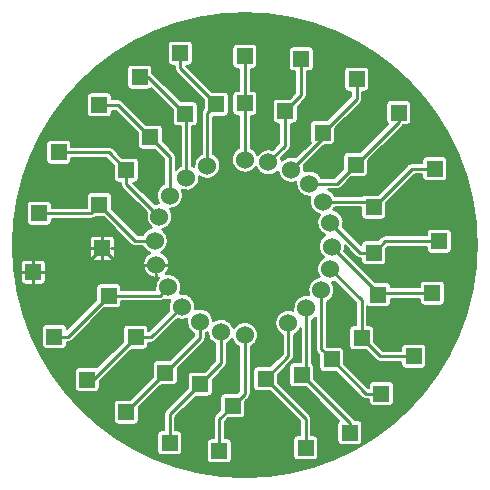
<source format=gtl>
G04 Layer: TopLayer*
G04 EasyEDA Pro v2.2.35.2, 2025-01-16 15:30:06*
G04 Gerber Generator version 0.3*
G04 Scale: 100 percent, Rotated: No, Reflected: No*
G04 Dimensions in millimeters*
G04 Leading zeros omitted, absolute positions, 4 integers and 5 decimals*
%FSLAX45Y45*%
%MOMM*%
%ADD10C,0.2032*%
%ADD11C,0.254*%
%ADD12R,1.4X1.4*%
%ADD13C,1.524*%
G75*


G04 Copper Start*
G36*
G01X1964186Y3999992D02*
G02X-1964186Y3999992I-1964186J0D01*
G02X1964186Y3999992I1964186J0D01*
G37*
%LPC*%
G36*
G01X-1720700Y3666086D02*
G03X-1684886Y3701900I0J35814D01*
G01X-1684886Y3841900D01*
G03X-1720700Y3877714I-35814J0D01*
G01X-1860700Y3877714D01*
G03X-1896514Y3841900I0J-35814D01*
G01X-1896514Y3701900D01*
G03X-1860700Y3666086I35814J0D01*
G01X-1720700Y3666086D01*
G37*
G36*
G01X-724881Y3726080D02*
G03X-757073Y3620719I77181J-81180D01*
G01X-1046787Y3620719D01*
G01X-1046787Y3642205D01*
G03X-1082601Y3678019I-35814J0D01*
G01X-1222601Y3678019D01*
G03X-1258415Y3642205I0J-35814D01*
G01X-1258415Y3535000D01*
G01X-1507086Y3286329D01*
G01X-1507086Y3295800D01*
G03X-1542900Y3331614I-35814J0D01*
G01X-1682900Y3331614D01*
G03X-1718714Y3295800I0J-35814D01*
G01X-1718714Y3155800D01*
G03X-1682900Y3119986I35814J0D01*
G01X-1542900Y3119986D01*
G03X-1507086Y3155800I0J35814D01*
G01X-1507086Y3177286D01*
G01X-1499006Y3177286D01*
G03X-1464702Y3191495I0J48514D01*
G01X-1189806Y3466391D01*
G01X-1082601Y3466391D01*
G03X-1046787Y3502205I0J35814D01*
G01X-1046787Y3523691D01*
G01X-720395Y3523691D01*
G03X-686090Y3537901I0J48514D01*
G01X-684787Y3539204D01*
G03X-631383Y3534081I37087J105696D01*
G03X-639096Y3442713I97983J-54281D01*
G01X-811991Y3269818D01*
G01X-818187Y3269818D01*
G01X-818187Y3291304D01*
G03X-854001Y3327118I-35814J0D01*
G01X-994001Y3327118D01*
G03X-1029815Y3291304I0J-35814D01*
G01X-1029815Y3184099D01*
G01X-1249599Y2964315D01*
G03X-1264402Y2967518I-14803J-32612D01*
G01X-1404402Y2967518D01*
G03X-1440216Y2931704I0J-35814D01*
G01X-1440216Y2791704D01*
G03X-1404402Y2755890I35814J0D01*
G01X-1264402Y2755890D01*
G03X-1228588Y2791704I0J35814D01*
G01X-1228588Y2848108D01*
G01X-961206Y3115490D01*
G01X-854001Y3115490D01*
G03X-818187Y3151304I0J35814D01*
G01X-818187Y3172790D01*
G01X-791896Y3172790D01*
G03X-757591Y3187000I0J48514D01*
G01X-570487Y3374104D01*
G03X-490517Y3376320I37087J105696D01*
G03X-429514Y3251837I109517J-23520D01*
G01X-429514Y3233195D01*
G01X-635895Y3026814D01*
G01X-743100Y3026814D01*
G03X-778914Y2991000I0J-35814D01*
G01X-778914Y2883795D01*
G01X-969893Y2692817D01*
G01X-1074202Y2692817D01*
G03X-1110016Y2657003I0J-35814D01*
G01X-1110016Y2517003D01*
G03X-1074202Y2481189I35814J0D01*
G01X-934202Y2481189D01*
G03X-898388Y2517003I0J35814D01*
G01X-898388Y2627103D01*
G01X-710305Y2815186D01*
G01X-603100Y2815186D01*
G03X-567286Y2851000I0J35814D01*
G01X-567286Y2958205D01*
G01X-346695Y3178795D01*
G03X-332486Y3213100I-34305J34305D01*
G01X-332486Y3251837D01*
G03X-315200Y3262149I-48514J100963D01*
G03X-251714Y3162937I112000J1751D01*
G01X-251714Y3019099D01*
G01X-340696Y2930116D01*
G01X-447901Y2930116D01*
G03X-483715Y2894302I0J-35814D01*
G01X-483715Y2787097D01*
G01X-670206Y2600606D01*
G03X-684416Y2566302I34305J-34305D01*
G01X-684416Y2430816D01*
G01X-705902Y2430816D01*
G03X-741716Y2395002I0J-35814D01*
G01X-741716Y2255002D01*
G03X-705902Y2219188I35814J0D01*
G01X-565902Y2219188D01*
G03X-530088Y2255002I0J35814D01*
G01X-530088Y2395002D01*
G03X-565902Y2430816I-35814J0D01*
G01X-587388Y2430816D01*
G01X-587388Y2546207D01*
G01X-415106Y2718488D01*
G01X-307901Y2718488D01*
G03X-272087Y2754302I0J35814D01*
G01X-272087Y2861507D01*
G01X-168895Y2964699D01*
G03X-154686Y2999003I-34305J34305D01*
G01X-154686Y3162937D01*
G03X-107234Y3206127I-48514J100963D01*
G03X-48514Y3137537I107234J32373D01*
G01X-48514Y2763295D01*
G01X-64395Y2747414D01*
G01X-171600Y2747414D01*
G03X-207414Y2711600I0J-35814D01*
G01X-207414Y2604395D01*
G01X-251106Y2560703D01*
G03X-265316Y2526398I34305J-34305D01*
G01X-265316Y2363315D01*
G01X-286802Y2363315D01*
G03X-322616Y2327501I0J-35814D01*
G01X-322616Y2187501D01*
G03X-286802Y2151687I35814J0D01*
G01X-146802Y2151687D01*
G03X-110988Y2187501I0J35814D01*
G01X-110988Y2327501D01*
G03X-146802Y2363315I-35814J0D01*
G01X-168288Y2363315D01*
G01X-168288Y2506303D01*
G01X-138805Y2535786D01*
G01X-31600Y2535786D01*
G03X4214Y2571600I0J35814D01*
G01X4214Y2678805D01*
G01X34305Y2708895D01*
G03X48514Y2743200I-34305J34305D01*
G01X48514Y3137537D01*
G03X82838Y3313899I-48514J100963D01*
G03X-95966Y3296273I-82838J-75399D01*
G03X-167447Y3370055I-107234J-32373D01*
G03X-269000Y3354551I-35753J-106155D01*
G03X-423883Y3456280I-112000J-1751D01*
G03X-451648Y3556376I-109517J23520D01*
G03X-549717Y3590619I-81752J-76576D01*
G03X-558010Y3712004I-97983J54281D01*
G03X-672119Y3754220I-89690J-67104D01*
G03X-709005Y3939915I-77181J81180D01*
G03X-650094Y4033676I-52995J98685D01*
G03X-700542Y4132248I-111906J4924D01*
G03X-619322Y4201667I-23358J109552D01*
G03X-633249Y4307600I-104578J40133D01*
G03X-533344Y4466644I-1751J112000D01*
G03X-426363Y4483712I38044J105356D01*
G03X-383864Y4583361I-68937J88288D01*
G03X-221484Y4615911I66364J90239D01*
G03X-268986Y4774563I-96016J57689D01*
G01X-268986Y5088486D01*
G01X-171300Y5088486D01*
G03X-135486Y5124300I0J35814D01*
G01X-135486Y5264300D01*
G03X-171300Y5300114I-35814J0D01*
G01X-278505Y5300114D01*
G01X-497586Y5519195D01*
G01X-497586Y5520286D01*
G01X-476100Y5520286D01*
G03X-440286Y5556100I0J35814D01*
G01X-440286Y5696100D01*
G03X-476100Y5731914I-35814J0D01*
G01X-616100Y5731914D01*
G03X-651914Y5696100I0J-35814D01*
G01X-651914Y5556100D01*
G03X-616100Y5520286I35814J0D01*
G01X-594614Y5520286D01*
G01X-594614Y5499100D01*
G03X-580405Y5464795I48514J0D01*
G01X-347114Y5231505D01*
G01X-347114Y5157095D01*
G01X-351805Y5152405D01*
G03X-366014Y5118100I34305J-34305D01*
G01X-366014Y4774563D01*
G03X-428936Y4662239I48514J-100963D01*
G03X-446786Y4672963I-66364J-90239D01*
G01X-446786Y5004996D01*
G01X-434901Y5004996D01*
G03X-399087Y5040810I0J35814D01*
G01X-399087Y5180810D01*
G03X-434901Y5216624I-35814J0D01*
G01X-542106Y5216624D01*
G01X-782686Y5457205D01*
G01X-783186Y5457697D01*
G01X-783186Y5492900D01*
G03X-819000Y5528714I-35814J0D01*
G01X-959000Y5528714D01*
G03X-994814Y5492900I0J-35814D01*
G01X-994814Y5352900D01*
G03X-959000Y5317086I35814J0D01*
G01X-819000Y5317086D01*
G03X-792033Y5329333I0J35814D01*
G01X-610715Y5148015D01*
G01X-610715Y5040810D01*
G03X-574901Y5004996I35814J0D01*
G01X-543814Y5004996D01*
G01X-543814Y4672963D01*
G03X-586486Y4637056I48514J-100963D01*
G01X-586486Y4749800D01*
G03X-600695Y4784105I-48514J0D01*
G01X-694286Y4877695D01*
G01X-694286Y4984900D01*
G03X-730100Y5020714I-35814J0D01*
G01X-837305Y5020714D01*
G01X-1038604Y5222013D01*
G03X-1072909Y5236223I-34305J-34305D01*
G01X-1126988Y5236223D01*
G01X-1126988Y5257709D01*
G03X-1162802Y5293523I-35814J0D01*
G01X-1302802Y5293523D01*
G03X-1338616Y5257709I0J-35814D01*
G01X-1338616Y5117709D01*
G03X-1302802Y5081895I35814J0D01*
G01X-1162802Y5081895D01*
G03X-1126988Y5117709I0J35814D01*
G01X-1126988Y5139195D01*
G01X-1093004Y5139195D01*
G01X-905914Y4952105D01*
G01X-905914Y4844900D01*
G03X-870100Y4809086I35814J0D01*
G01X-762895Y4809086D01*
G01X-683514Y4729705D01*
G01X-683514Y4520563D01*
G03X-725651Y4353800I48514J-100963D01*
G03X-760987Y4347496I1751J-112000D01*
G01X-943177Y4529686D01*
G01X-933300Y4529686D01*
G03X-897486Y4565500I0J35814D01*
G01X-897486Y4705500D01*
G03X-933300Y4741314I-35814J0D01*
G01X-1040505Y4741314D01*
G01X-1119503Y4820312D01*
G03X-1153808Y4834522I-34305J-34305D01*
G01X-1469888Y4834522D01*
G01X-1469888Y4856008D01*
G03X-1505702Y4891822I-35814J0D01*
G01X-1645702Y4891822D01*
G03X-1681516Y4856008I0J-35814D01*
G01X-1681516Y4716008D01*
G03X-1645702Y4680194I35814J0D01*
G01X-1505702Y4680194D01*
G03X-1469888Y4716008I0J35814D01*
G01X-1469888Y4737494D01*
G01X-1173903Y4737494D01*
G01X-1109114Y4672705D01*
G01X-1109114Y4565500D01*
G03X-1073300Y4529686I35814J0D01*
G01X-1051814Y4529686D01*
G01X-1051814Y4521200D01*
G03X-1037605Y4486895I48514J0D01*
G01X-829596Y4278887D01*
G03X-785358Y4148152I105696J-37087D01*
G03X-862963Y4087114I23358J-109552D01*
G01X-907005Y4087114D01*
G01X-1126086Y4306195D01*
G01X-1126086Y4413400D01*
G03X-1161900Y4449214I-35814J0D01*
G01X-1301900Y4449214D01*
G03X-1337714Y4413400I0J-35814D01*
G01X-1337714Y4318521D01*
G01X-1634988Y4318521D01*
G01X-1634988Y4340007D01*
G03X-1670802Y4375821I-35814J0D01*
G01X-1810802Y4375821D01*
G03X-1846616Y4340007I0J-35814D01*
G01X-1846616Y4200007D01*
G03X-1810802Y4164193I35814J0D01*
G01X-1670802Y4164193D01*
G03X-1634988Y4200007I0J35814D01*
G01X-1634988Y4221493D01*
G01X-1305293Y4221493D01*
G03X-1270989Y4235702I0J48514D01*
G01X-1269105Y4237586D01*
G01X-1194695Y4237586D01*
G01X-961405Y4004295D01*
G03X-927100Y3990086I34305J34305D01*
G01X-862963Y3990086D01*
G03X-802295Y3934085I100963J48514D01*
G03X-724881Y3726080I52995J-98685D01*
G37*
G36*
G01X-1136500Y3869286D02*
G03X-1100686Y3905100I0J35814D01*
G01X-1100686Y4045100D01*
G03X-1136500Y4080914I-35814J0D01*
G01X-1276500Y4080914D01*
G03X-1312314Y4045100I0J-35814D01*
G01X-1312314Y3905100D01*
G03X-1276500Y3869286I35814J0D01*
G01X-1136500Y3869286D01*
G37*
G36*
G01X633868Y3730657D02*
G03X544220Y3576617I13832J-111157D01*
G03X441494Y3546306I-23520J-109517D01*
G03X411183Y3443580I79206J-79206D01*
G03X266040Y3385816I-42883J-103480D01*
G03X319786Y3239137I102260J-45716D01*
G01X319786Y3079106D01*
G01X213405Y2972725D01*
G01X106200Y2972725D01*
G03X70386Y2936911I0J-35814D01*
G01X70386Y2796911D01*
G03X106200Y2761097I35814J0D01*
G01X213405Y2761097D01*
G01X466585Y2507916D01*
G01X466585Y2388525D01*
G01X445099Y2388525D01*
G03X409285Y2352711I0J-35814D01*
G01X409285Y2212711D01*
G03X445099Y2176897I35814J0D01*
G01X585099Y2176897D01*
G03X620913Y2212711I0J35814D01*
G01X620913Y2352711D01*
G03X585099Y2388525I-35814J0D01*
G01X563613Y2388525D01*
G01X563613Y2528011D01*
G03X549404Y2562316I-48514J0D01*
G01X282014Y2829706D01*
G01X282014Y2904115D01*
G01X402605Y3024706D01*
G03X416814Y3059011I-34305J34305D01*
G01X416814Y3239137D01*
G03X472186Y3298209I-48514J100963D01*
G01X472186Y3006824D01*
G01X411000Y3006824D01*
G03X375186Y2971010I0J-35814D01*
G01X375186Y2831010D01*
G03X411000Y2795196I35814J0D01*
G01X518205Y2795196D01*
G01X800026Y2513375D01*
G03X783186Y2483000I18974J-30375D01*
G01X783186Y2343000D01*
G03X819000Y2307186I35814J0D01*
G01X959000Y2307186D01*
G03X994814Y2343000I0J35814D01*
G01X994814Y2483000D01*
G03X959000Y2518814I-35814J0D01*
G01X930082Y2518814D01*
G03X923305Y2527315I-41082J-25804D01*
G01X586814Y2863805D01*
G01X586814Y2971010D01*
G03X569214Y3001846I-35814J0D01*
G01X569214Y3366137D01*
G03X599186Y3387181I-48514J100963D01*
G01X599186Y3120009D01*
G03X613395Y3085704I48514J0D01*
G01X629186Y3069914D01*
G01X629186Y2962709D01*
G03X665000Y2926895I35814J0D01*
G01X772205Y2926895D01*
G01X990204Y2708895D01*
G03X1024509Y2694686I34305J34305D01*
G01X1049886Y2694686D01*
G01X1049886Y2673200D01*
G03X1085700Y2637386I35814J0D01*
G01X1225700Y2637386D01*
G03X1261514Y2673200I0J35814D01*
G01X1261514Y2813200D01*
G03X1225700Y2849014I-35814J0D01*
G01X1085700Y2849014D01*
G03X1049886Y2813200I0J-35814D01*
G01X1049886Y2791714D01*
G01X1044604Y2791714D01*
G01X840814Y2995504D01*
G01X840814Y3102709D01*
G03X805000Y3138523I-35814J0D01*
G01X697795Y3138523D01*
G01X696214Y3140104D01*
G01X696214Y3518537D01*
G03X737732Y3686143I-48514J100963D01*
G03X760987Y3691604I-13832J111157D01*
G01X940486Y3512105D01*
G01X940486Y3321022D01*
G01X919000Y3321022D01*
G03X883186Y3285208I0J-35814D01*
G01X883186Y3145208D01*
G03X919000Y3109394I35814J0D01*
G01X1026205Y3109394D01*
G01X1111096Y3024503D01*
G03X1145400Y3010294I34305J34305D01*
G01X1323685Y3010294D01*
G01X1323685Y2988808D01*
G03X1359499Y2952994I35814J0D01*
G01X1499499Y2952994D01*
G03X1535313Y2988808I0J35814D01*
G01X1535313Y3128808D01*
G03X1499499Y3164622I-35814J0D01*
G01X1359499Y3164622D01*
G03X1323685Y3128808I0J-35814D01*
G01X1323685Y3107322D01*
G01X1165495Y3107322D01*
G01X1094814Y3178003D01*
G01X1094814Y3285208D01*
G03X1059000Y3321022I-35814J0D01*
G01X1037514Y3321022D01*
G01X1037514Y3483770D01*
G03X1060300Y3475586I22786J27630D01*
G01X1200300Y3475586D01*
G03X1236114Y3511400I0J35814D01*
G01X1236114Y3545586D01*
G01X1481686Y3545586D01*
G01X1481686Y3524100D01*
G03X1517500Y3488286I35814J0D01*
G01X1657500Y3488286D01*
G03X1693314Y3524100I0J35814D01*
G01X1693314Y3664100D01*
G03X1657500Y3699914I-35814J0D01*
G01X1517500Y3699914D01*
G03X1481686Y3664100I0J-35814D01*
G01X1481686Y3642614D01*
G01X1236114Y3642614D01*
G01X1236114Y3651400D01*
G03X1200300Y3687214I-35814J0D01*
G01X1105795Y3687214D01*
G01X842296Y3950713D01*
G03X848134Y3998157I-105696J37087D01*
G01X944789Y3901502D01*
G03X979094Y3887292I34305J34305D01*
G01X984786Y3887292D01*
G01X984786Y3865806D01*
G03X1020600Y3829992I35814J0D01*
G01X1160600Y3829992D01*
G03X1196414Y3865806I0J35814D01*
G01X1196414Y3973011D01*
G01X1208294Y3984892D01*
G01X1539585Y3984892D01*
G01X1539585Y3963406D01*
G03X1575399Y3927592I35814J0D01*
G01X1715399Y3927592D01*
G03X1751213Y3963406I0J35814D01*
G01X1751213Y4103406D01*
G03X1715399Y4139220I-35814J0D01*
G01X1575399Y4139220D01*
G03X1539585Y4103406I0J-35814D01*
G01X1539585Y4081920D01*
G01X1188199Y4081920D01*
G03X1153895Y4067710I0J-48514D01*
G01X1127805Y4041620D01*
G01X1020600Y4041620D01*
G03X984786Y4005806I0J-35814D01*
G01X984786Y3998723D01*
G01X829596Y4153913D01*
G03X748935Y4300180I-105696J37087D01*
G03X761363Y4320286I-88535J68620D01*
G01X984786Y4320286D01*
G01X984786Y4251505D01*
G03X1020600Y4215691I35814J0D01*
G01X1160600Y4215691D01*
G03X1196414Y4251505I0J35814D01*
G01X1196414Y4358710D01*
G01X1436894Y4599191D01*
G01X1501485Y4599191D01*
G01X1501485Y4577705D01*
G03X1537299Y4541891I35814J0D01*
G01X1677299Y4541891D01*
G03X1713113Y4577705I0J35814D01*
G01X1713113Y4717705D01*
G03X1677299Y4753519I-35814J0D01*
G01X1537299Y4753519D01*
G03X1501485Y4717705I0J-35814D01*
G01X1501485Y4696219D01*
G01X1416799Y4696219D01*
G03X1382495Y4682009I0J-48514D01*
G01X1127805Y4427319D01*
G01X1020600Y4427319D01*
G03X995770Y4417314I0J-35814D01*
G01X761363Y4417314D01*
G03X702291Y4472686I-100963J-48514D01*
G01X777596Y4472686D01*
G03X811900Y4486895I0J48514D01*
G01X900995Y4575990D01*
G01X1008200Y4575990D01*
G03X1044014Y4611804I0J35814D01*
G01X1044014Y4719009D01*
G01X1336804Y5011799D01*
G03X1340926Y5016490I-34305J34305D01*
G01X1372499Y5016490D01*
G03X1408313Y5052304I0J35814D01*
G01X1408313Y5192304D01*
G03X1372499Y5228118I-35814J0D01*
G01X1232499Y5228118D01*
G03X1196685Y5192304I0J-35814D01*
G01X1196685Y5052304D01*
G03X1211257Y5023470I35814J0D01*
G01X975405Y4787618D01*
G01X868200Y4787618D01*
G03X832386Y4751804I0J-35814D01*
G01X832386Y4644599D01*
G01X757500Y4569714D01*
G01X647063Y4569714D01*
G03X504999Y4625401I-100963J-48514D01*
G03X499396Y4675127I-111299J12639D01*
G01X671658Y4847389D01*
G01X728800Y4847389D01*
G03X764614Y4883203I0J35814D01*
G01X764614Y4990408D01*
G01X981204Y5206998D01*
G03X995413Y5241303I-34305J34305D01*
G01X995413Y5300589D01*
G01X1016899Y5300589D01*
G03X1052713Y5336403I0J35814D01*
G01X1052713Y5476403D01*
G03X1016899Y5512217I-35814J0D01*
G01X876899Y5512217D01*
G03X841085Y5476403I0J-35814D01*
G01X841085Y5336403D01*
G03X876899Y5300589I35814J0D01*
G01X898385Y5300589D01*
G01X898385Y5261398D01*
G01X696005Y5059017D01*
G01X588800Y5059017D01*
G03X552986Y5023203I0J-35814D01*
G01X552986Y4883203D01*
G03X555962Y4868911I35814J0D01*
G01X430787Y4743736D01*
G03X311164Y4713770I-37087J-105696D01*
G03X305696Y4737087I-111164J-13770D01*
G01X375604Y4806995D01*
G03X389814Y4841300I-34305J34305D01*
G01X389814Y5029888D01*
G01X411300Y5029888D01*
G03X447114Y5065702I0J35814D01*
G01X447114Y5172907D01*
G01X511304Y5237097D01*
G03X525513Y5271402I-34305J34305D01*
G01X525513Y5470388D01*
G01X546999Y5470388D01*
G03X582813Y5506202I0J35814D01*
G01X582813Y5646202D01*
G03X546999Y5682016I-35814J0D01*
G01X406999Y5682016D01*
G03X371185Y5646202I0J-35814D01*
G01X371185Y5506202D01*
G03X406999Y5470388I35814J0D01*
G01X428485Y5470388D01*
G01X428485Y5291497D01*
G01X378505Y5241516D01*
G01X271300Y5241516D01*
G03X235486Y5205702I0J-35814D01*
G01X235486Y5065702D01*
G03X271300Y5029888I35814J0D01*
G01X292786Y5029888D01*
G01X292786Y4861395D01*
G01X237087Y4805696D01*
G03X105931Y4760812I-37087J-105696D01*
G03X47830Y4825689I-105931J-36412D01*
G01X47830Y5094186D01*
G01X70000Y5094186D01*
G03X105814Y5130000I0J35814D01*
G01X105814Y5270000D01*
G03X70000Y5305814I-35814J0D01*
G01X48514Y5305814D01*
G01X48514Y5494186D01*
G01X70000Y5494186D01*
G03X105814Y5530000I0J35814D01*
G01X105814Y5670000D01*
G03X70000Y5705814I-35814J0D01*
G01X-70000Y5705814D01*
G03X-105814Y5670000I0J-35814D01*
G01X-105814Y5530000D01*
G03X-70000Y5494186I35814J0D01*
G01X-48514Y5494186D01*
G01X-48514Y5305814D01*
G01X-70000Y5305814D01*
G03X-105814Y5270000I0J-35814D01*
G01X-105814Y5130000D01*
G03X-70000Y5094186I35814J0D01*
G01X-49198Y5094186D01*
G01X-49198Y4825032D01*
G03X-83782Y4650051I49198J-100632D01*
G03X94069Y4663588I83782J74349D01*
G03X282536Y4624270I105931J36412D01*
G03X336502Y4541731I111164J13770D01*
G03X434801Y4533839I57198J96309D01*
G03X556094Y4409633I111299J-12639D01*
G03X635365Y4259620I104306J-40833D01*
G03X683605Y4086485I88535J-68620D01*
G03X671777Y3896448I52995J-98685D01*
G03X633868Y3730657I52123J-99148D01*
G37*
%LPD*%
G54D10*
G01X1964186Y3999992D02*
G02X-1964186Y3999992I-1964186J0D01*
G02X1964186Y3999992I1964186J0D01*
G01X-1720700Y3666086D02*
G03X-1684886Y3701900I0J35814D01*
G01X-1684886Y3841900D01*
G03X-1720700Y3877714I-35814J0D01*
G01X-1860700Y3877714D01*
G03X-1896514Y3841900I0J-35814D01*
G01X-1896514Y3701900D01*
G03X-1860700Y3666086I35814J0D01*
G01X-1720700Y3666086D01*
G01X-724881Y3726080D02*
G03X-757073Y3620719I77181J-81180D01*
G01X-1046787Y3620719D01*
G01X-1046787Y3642205D01*
G03X-1082601Y3678019I-35814J0D01*
G01X-1222601Y3678019D01*
G03X-1258415Y3642205I0J-35814D01*
G01X-1258415Y3535000D01*
G01X-1507086Y3286329D01*
G01X-1507086Y3295800D01*
G03X-1542900Y3331614I-35814J0D01*
G01X-1682900Y3331614D01*
G03X-1718714Y3295800I0J-35814D01*
G01X-1718714Y3155800D01*
G03X-1682900Y3119986I35814J0D01*
G01X-1542900Y3119986D01*
G03X-1507086Y3155800I0J35814D01*
G01X-1507086Y3177286D01*
G01X-1499006Y3177286D01*
G03X-1464702Y3191495I0J48514D01*
G01X-1189806Y3466391D01*
G01X-1082601Y3466391D01*
G03X-1046787Y3502205I0J35814D01*
G01X-1046787Y3523691D01*
G01X-720395Y3523691D01*
G03X-686090Y3537901I0J48514D01*
G01X-684787Y3539204D01*
G03X-631383Y3534081I37087J105696D01*
G03X-639096Y3442713I97983J-54281D01*
G01X-811991Y3269818D01*
G01X-818187Y3269818D01*
G01X-818187Y3291304D01*
G03X-854001Y3327118I-35814J0D01*
G01X-994001Y3327118D01*
G03X-1029815Y3291304I0J-35814D01*
G01X-1029815Y3184099D01*
G01X-1249599Y2964315D01*
G03X-1264402Y2967518I-14803J-32612D01*
G01X-1404402Y2967518D01*
G03X-1440216Y2931704I0J-35814D01*
G01X-1440216Y2791704D01*
G03X-1404402Y2755890I35814J0D01*
G01X-1264402Y2755890D01*
G03X-1228588Y2791704I0J35814D01*
G01X-1228588Y2848108D01*
G01X-961206Y3115490D01*
G01X-854001Y3115490D01*
G03X-818187Y3151304I0J35814D01*
G01X-818187Y3172790D01*
G01X-791896Y3172790D01*
G03X-757591Y3187000I0J48514D01*
G01X-570487Y3374104D01*
G03X-490517Y3376320I37087J105696D01*
G03X-429514Y3251837I109517J-23520D01*
G01X-429514Y3233195D01*
G01X-635895Y3026814D01*
G01X-743100Y3026814D01*
G03X-778914Y2991000I0J-35814D01*
G01X-778914Y2883795D01*
G01X-969893Y2692817D01*
G01X-1074202Y2692817D01*
G03X-1110016Y2657003I0J-35814D01*
G01X-1110016Y2517003D01*
G03X-1074202Y2481189I35814J0D01*
G01X-934202Y2481189D01*
G03X-898388Y2517003I0J35814D01*
G01X-898388Y2627103D01*
G01X-710305Y2815186D01*
G01X-603100Y2815186D01*
G03X-567286Y2851000I0J35814D01*
G01X-567286Y2958205D01*
G01X-346695Y3178795D01*
G03X-332486Y3213100I-34305J34305D01*
G01X-332486Y3251837D01*
G03X-315200Y3262149I-48514J100963D01*
G03X-251714Y3162937I112000J1751D01*
G01X-251714Y3019099D01*
G01X-340696Y2930116D01*
G01X-447901Y2930116D01*
G03X-483715Y2894302I0J-35814D01*
G01X-483715Y2787097D01*
G01X-670206Y2600606D01*
G03X-684416Y2566302I34305J-34305D01*
G01X-684416Y2430816D01*
G01X-705902Y2430816D01*
G03X-741716Y2395002I0J-35814D01*
G01X-741716Y2255002D01*
G03X-705902Y2219188I35814J0D01*
G01X-565902Y2219188D01*
G03X-530088Y2255002I0J35814D01*
G01X-530088Y2395002D01*
G03X-565902Y2430816I-35814J0D01*
G01X-587388Y2430816D01*
G01X-587388Y2546207D01*
G01X-415106Y2718488D01*
G01X-307901Y2718488D01*
G03X-272087Y2754302I0J35814D01*
G01X-272087Y2861507D01*
G01X-168895Y2964699D01*
G03X-154686Y2999003I-34305J34305D01*
G01X-154686Y3162937D01*
G03X-107234Y3206127I-48514J100963D01*
G03X-48514Y3137537I107234J32373D01*
G01X-48514Y2763295D01*
G01X-64395Y2747414D01*
G01X-171600Y2747414D01*
G03X-207414Y2711600I0J-35814D01*
G01X-207414Y2604395D01*
G01X-251106Y2560703D01*
G03X-265316Y2526398I34305J-34305D01*
G01X-265316Y2363315D01*
G01X-286802Y2363315D01*
G03X-322616Y2327501I0J-35814D01*
G01X-322616Y2187501D01*
G03X-286802Y2151687I35814J0D01*
G01X-146802Y2151687D01*
G03X-110988Y2187501I0J35814D01*
G01X-110988Y2327501D01*
G03X-146802Y2363315I-35814J0D01*
G01X-168288Y2363315D01*
G01X-168288Y2506303D01*
G01X-138805Y2535786D01*
G01X-31600Y2535786D01*
G03X4214Y2571600I0J35814D01*
G01X4214Y2678805D01*
G01X34305Y2708895D01*
G03X48514Y2743200I-34305J34305D01*
G01X48514Y3137537D01*
G03X82838Y3313899I-48514J100963D01*
G03X-95966Y3296273I-82838J-75399D01*
G03X-167447Y3370055I-107234J-32373D01*
G03X-269000Y3354551I-35753J-106155D01*
G03X-423883Y3456280I-112000J-1751D01*
G03X-451648Y3556376I-109517J23520D01*
G03X-549717Y3590619I-81752J-76576D01*
G03X-558010Y3712004I-97983J54281D01*
G03X-672119Y3754220I-89690J-67104D01*
G03X-709005Y3939915I-77181J81180D01*
G03X-650094Y4033676I-52995J98685D01*
G03X-700542Y4132248I-111906J4924D01*
G03X-619322Y4201667I-23358J109552D01*
G03X-633249Y4307600I-104578J40133D01*
G03X-533344Y4466644I-1751J112000D01*
G03X-426363Y4483712I38044J105356D01*
G03X-383864Y4583361I-68937J88288D01*
G03X-221484Y4615911I66364J90239D01*
G03X-268986Y4774563I-96016J57689D01*
G01X-268986Y5088486D01*
G01X-171300Y5088486D01*
G03X-135486Y5124300I0J35814D01*
G01X-135486Y5264300D01*
G03X-171300Y5300114I-35814J0D01*
G01X-278505Y5300114D01*
G01X-497586Y5519195D01*
G01X-497586Y5520286D01*
G01X-476100Y5520286D01*
G03X-440286Y5556100I0J35814D01*
G01X-440286Y5696100D01*
G03X-476100Y5731914I-35814J0D01*
G01X-616100Y5731914D01*
G03X-651914Y5696100I0J-35814D01*
G01X-651914Y5556100D01*
G03X-616100Y5520286I35814J0D01*
G01X-594614Y5520286D01*
G01X-594614Y5499100D01*
G03X-580405Y5464795I48514J0D01*
G01X-347114Y5231505D01*
G01X-347114Y5157095D01*
G01X-351805Y5152405D01*
G03X-366014Y5118100I34305J-34305D01*
G01X-366014Y4774563D01*
G03X-428936Y4662239I48514J-100963D01*
G03X-446786Y4672963I-66364J-90239D01*
G01X-446786Y5004996D01*
G01X-434901Y5004996D01*
G03X-399087Y5040810I0J35814D01*
G01X-399087Y5180810D01*
G03X-434901Y5216624I-35814J0D01*
G01X-542106Y5216624D01*
G01X-782686Y5457205D01*
G01X-783186Y5457697D01*
G01X-783186Y5492900D01*
G03X-819000Y5528714I-35814J0D01*
G01X-959000Y5528714D01*
G03X-994814Y5492900I0J-35814D01*
G01X-994814Y5352900D01*
G03X-959000Y5317086I35814J0D01*
G01X-819000Y5317086D01*
G03X-792033Y5329333I0J35814D01*
G01X-610715Y5148015D01*
G01X-610715Y5040810D01*
G03X-574901Y5004996I35814J0D01*
G01X-543814Y5004996D01*
G01X-543814Y4672963D01*
G03X-586486Y4637056I48514J-100963D01*
G01X-586486Y4749800D01*
G03X-600695Y4784105I-48514J0D01*
G01X-694286Y4877695D01*
G01X-694286Y4984900D01*
G03X-730100Y5020714I-35814J0D01*
G01X-837305Y5020714D01*
G01X-1038604Y5222013D01*
G03X-1072909Y5236223I-34305J-34305D01*
G01X-1126988Y5236223D01*
G01X-1126988Y5257709D01*
G03X-1162802Y5293523I-35814J0D01*
G01X-1302802Y5293523D01*
G03X-1338616Y5257709I0J-35814D01*
G01X-1338616Y5117709D01*
G03X-1302802Y5081895I35814J0D01*
G01X-1162802Y5081895D01*
G03X-1126988Y5117709I0J35814D01*
G01X-1126988Y5139195D01*
G01X-1093004Y5139195D01*
G01X-905914Y4952105D01*
G01X-905914Y4844900D01*
G03X-870100Y4809086I35814J0D01*
G01X-762895Y4809086D01*
G01X-683514Y4729705D01*
G01X-683514Y4520563D01*
G03X-725651Y4353800I48514J-100963D01*
G03X-760987Y4347496I1751J-112000D01*
G01X-943177Y4529686D01*
G01X-933300Y4529686D01*
G03X-897486Y4565500I0J35814D01*
G01X-897486Y4705500D01*
G03X-933300Y4741314I-35814J0D01*
G01X-1040505Y4741314D01*
G01X-1119503Y4820312D01*
G03X-1153808Y4834522I-34305J-34305D01*
G01X-1469888Y4834522D01*
G01X-1469888Y4856008D01*
G03X-1505702Y4891822I-35814J0D01*
G01X-1645702Y4891822D01*
G03X-1681516Y4856008I0J-35814D01*
G01X-1681516Y4716008D01*
G03X-1645702Y4680194I35814J0D01*
G01X-1505702Y4680194D01*
G03X-1469888Y4716008I0J35814D01*
G01X-1469888Y4737494D01*
G01X-1173903Y4737494D01*
G01X-1109114Y4672705D01*
G01X-1109114Y4565500D01*
G03X-1073300Y4529686I35814J0D01*
G01X-1051814Y4529686D01*
G01X-1051814Y4521200D01*
G03X-1037605Y4486895I48514J0D01*
G01X-829596Y4278887D01*
G03X-785358Y4148152I105696J-37087D01*
G03X-862963Y4087114I23358J-109552D01*
G01X-907005Y4087114D01*
G01X-1126086Y4306195D01*
G01X-1126086Y4413400D01*
G03X-1161900Y4449214I-35814J0D01*
G01X-1301900Y4449214D01*
G03X-1337714Y4413400I0J-35814D01*
G01X-1337714Y4318521D01*
G01X-1634988Y4318521D01*
G01X-1634988Y4340007D01*
G03X-1670802Y4375821I-35814J0D01*
G01X-1810802Y4375821D01*
G03X-1846616Y4340007I0J-35814D01*
G01X-1846616Y4200007D01*
G03X-1810802Y4164193I35814J0D01*
G01X-1670802Y4164193D01*
G03X-1634988Y4200007I0J35814D01*
G01X-1634988Y4221493D01*
G01X-1305293Y4221493D01*
G03X-1270989Y4235702I0J48514D01*
G01X-1269105Y4237586D01*
G01X-1194695Y4237586D01*
G01X-961405Y4004295D01*
G03X-927100Y3990086I34305J34305D01*
G01X-862963Y3990086D01*
G03X-802295Y3934085I100963J48514D01*
G03X-724881Y3726080I52995J-98685D01*
G01X-1136500Y3869286D02*
G03X-1100686Y3905100I0J35814D01*
G01X-1100686Y4045100D01*
G03X-1136500Y4080914I-35814J0D01*
G01X-1276500Y4080914D01*
G03X-1312314Y4045100I0J-35814D01*
G01X-1312314Y3905100D01*
G03X-1276500Y3869286I35814J0D01*
G01X-1136500Y3869286D01*
G01X633868Y3730657D02*
G03X544220Y3576617I13832J-111157D01*
G03X441494Y3546306I-23520J-109517D01*
G03X411183Y3443580I79206J-79206D01*
G03X266040Y3385816I-42883J-103480D01*
G03X319786Y3239137I102260J-45716D01*
G01X319786Y3079106D01*
G01X213405Y2972725D01*
G01X106200Y2972725D01*
G03X70386Y2936911I0J-35814D01*
G01X70386Y2796911D01*
G03X106200Y2761097I35814J0D01*
G01X213405Y2761097D01*
G01X466585Y2507916D01*
G01X466585Y2388525D01*
G01X445099Y2388525D01*
G03X409285Y2352711I0J-35814D01*
G01X409285Y2212711D01*
G03X445099Y2176897I35814J0D01*
G01X585099Y2176897D01*
G03X620913Y2212711I0J35814D01*
G01X620913Y2352711D01*
G03X585099Y2388525I-35814J0D01*
G01X563613Y2388525D01*
G01X563613Y2528011D01*
G03X549404Y2562316I-48514J0D01*
G01X282014Y2829706D01*
G01X282014Y2904115D01*
G01X402605Y3024706D01*
G03X416814Y3059011I-34305J34305D01*
G01X416814Y3239137D01*
G03X472186Y3298209I-48514J100963D01*
G01X472186Y3006824D01*
G01X411000Y3006824D01*
G03X375186Y2971010I0J-35814D01*
G01X375186Y2831010D01*
G03X411000Y2795196I35814J0D01*
G01X518205Y2795196D01*
G01X800026Y2513375D01*
G03X783186Y2483000I18974J-30375D01*
G01X783186Y2343000D01*
G03X819000Y2307186I35814J0D01*
G01X959000Y2307186D01*
G03X994814Y2343000I0J35814D01*
G01X994814Y2483000D01*
G03X959000Y2518814I-35814J0D01*
G01X930082Y2518814D01*
G03X923305Y2527315I-41082J-25804D01*
G01X586814Y2863805D01*
G01X586814Y2971010D01*
G03X569214Y3001846I-35814J0D01*
G01X569214Y3366137D01*
G03X599186Y3387181I-48514J100963D01*
G01X599186Y3120009D01*
G03X613395Y3085704I48514J0D01*
G01X629186Y3069914D01*
G01X629186Y2962709D01*
G03X665000Y2926895I35814J0D01*
G01X772205Y2926895D01*
G01X990204Y2708895D01*
G03X1024509Y2694686I34305J34305D01*
G01X1049886Y2694686D01*
G01X1049886Y2673200D01*
G03X1085700Y2637386I35814J0D01*
G01X1225700Y2637386D01*
G03X1261514Y2673200I0J35814D01*
G01X1261514Y2813200D01*
G03X1225700Y2849014I-35814J0D01*
G01X1085700Y2849014D01*
G03X1049886Y2813200I0J-35814D01*
G01X1049886Y2791714D01*
G01X1044604Y2791714D01*
G01X840814Y2995504D01*
G01X840814Y3102709D01*
G03X805000Y3138523I-35814J0D01*
G01X697795Y3138523D01*
G01X696214Y3140104D01*
G01X696214Y3518537D01*
G03X737732Y3686143I-48514J100963D01*
G03X760987Y3691604I-13832J111157D01*
G01X940486Y3512105D01*
G01X940486Y3321022D01*
G01X919000Y3321022D01*
G03X883186Y3285208I0J-35814D01*
G01X883186Y3145208D01*
G03X919000Y3109394I35814J0D01*
G01X1026205Y3109394D01*
G01X1111096Y3024503D01*
G03X1145400Y3010294I34305J34305D01*
G01X1323685Y3010294D01*
G01X1323685Y2988808D01*
G03X1359499Y2952994I35814J0D01*
G01X1499499Y2952994D01*
G03X1535313Y2988808I0J35814D01*
G01X1535313Y3128808D01*
G03X1499499Y3164622I-35814J0D01*
G01X1359499Y3164622D01*
G03X1323685Y3128808I0J-35814D01*
G01X1323685Y3107322D01*
G01X1165495Y3107322D01*
G01X1094814Y3178003D01*
G01X1094814Y3285208D01*
G03X1059000Y3321022I-35814J0D01*
G01X1037514Y3321022D01*
G01X1037514Y3483770D01*
G03X1060300Y3475586I22786J27630D01*
G01X1200300Y3475586D01*
G03X1236114Y3511400I0J35814D01*
G01X1236114Y3545586D01*
G01X1481686Y3545586D01*
G01X1481686Y3524100D01*
G03X1517500Y3488286I35814J0D01*
G01X1657500Y3488286D01*
G03X1693314Y3524100I0J35814D01*
G01X1693314Y3664100D01*
G03X1657500Y3699914I-35814J0D01*
G01X1517500Y3699914D01*
G03X1481686Y3664100I0J-35814D01*
G01X1481686Y3642614D01*
G01X1236114Y3642614D01*
G01X1236114Y3651400D01*
G03X1200300Y3687214I-35814J0D01*
G01X1105795Y3687214D01*
G01X842296Y3950713D01*
G03X848134Y3998157I-105696J37087D01*
G01X944789Y3901502D01*
G03X979094Y3887292I34305J34305D01*
G01X984786Y3887292D01*
G01X984786Y3865806D01*
G03X1020600Y3829992I35814J0D01*
G01X1160600Y3829992D01*
G03X1196414Y3865806I0J35814D01*
G01X1196414Y3973011D01*
G01X1208294Y3984892D01*
G01X1539585Y3984892D01*
G01X1539585Y3963406D01*
G03X1575399Y3927592I35814J0D01*
G01X1715399Y3927592D01*
G03X1751213Y3963406I0J35814D01*
G01X1751213Y4103406D01*
G03X1715399Y4139220I-35814J0D01*
G01X1575399Y4139220D01*
G03X1539585Y4103406I0J-35814D01*
G01X1539585Y4081920D01*
G01X1188199Y4081920D01*
G03X1153895Y4067710I0J-48514D01*
G01X1127805Y4041620D01*
G01X1020600Y4041620D01*
G03X984786Y4005806I0J-35814D01*
G01X984786Y3998723D01*
G01X829596Y4153913D01*
G03X748935Y4300180I-105696J37087D01*
G03X761363Y4320286I-88535J68620D01*
G01X984786Y4320286D01*
G01X984786Y4251505D01*
G03X1020600Y4215691I35814J0D01*
G01X1160600Y4215691D01*
G03X1196414Y4251505I0J35814D01*
G01X1196414Y4358710D01*
G01X1436894Y4599191D01*
G01X1501485Y4599191D01*
G01X1501485Y4577705D01*
G03X1537299Y4541891I35814J0D01*
G01X1677299Y4541891D01*
G03X1713113Y4577705I0J35814D01*
G01X1713113Y4717705D01*
G03X1677299Y4753519I-35814J0D01*
G01X1537299Y4753519D01*
G03X1501485Y4717705I0J-35814D01*
G01X1501485Y4696219D01*
G01X1416799Y4696219D01*
G03X1382495Y4682009I0J-48514D01*
G01X1127805Y4427319D01*
G01X1020600Y4427319D01*
G03X995770Y4417314I0J-35814D01*
G01X761363Y4417314D01*
G03X702291Y4472686I-100963J-48514D01*
G01X777596Y4472686D01*
G03X811900Y4486895I0J48514D01*
G01X900995Y4575990D01*
G01X1008200Y4575990D01*
G03X1044014Y4611804I0J35814D01*
G01X1044014Y4719009D01*
G01X1336804Y5011799D01*
G03X1340926Y5016490I-34305J34305D01*
G01X1372499Y5016490D01*
G03X1408313Y5052304I0J35814D01*
G01X1408313Y5192304D01*
G03X1372499Y5228118I-35814J0D01*
G01X1232499Y5228118D01*
G03X1196685Y5192304I0J-35814D01*
G01X1196685Y5052304D01*
G03X1211257Y5023470I35814J0D01*
G01X975405Y4787618D01*
G01X868200Y4787618D01*
G03X832386Y4751804I0J-35814D01*
G01X832386Y4644599D01*
G01X757500Y4569714D01*
G01X647063Y4569714D01*
G03X504999Y4625401I-100963J-48514D01*
G03X499396Y4675127I-111299J12639D01*
G01X671658Y4847389D01*
G01X728800Y4847389D01*
G03X764614Y4883203I0J35814D01*
G01X764614Y4990408D01*
G01X981204Y5206998D01*
G03X995413Y5241303I-34305J34305D01*
G01X995413Y5300589D01*
G01X1016899Y5300589D01*
G03X1052713Y5336403I0J35814D01*
G01X1052713Y5476403D01*
G03X1016899Y5512217I-35814J0D01*
G01X876899Y5512217D01*
G03X841085Y5476403I0J-35814D01*
G01X841085Y5336403D01*
G03X876899Y5300589I35814J0D01*
G01X898385Y5300589D01*
G01X898385Y5261398D01*
G01X696005Y5059017D01*
G01X588800Y5059017D01*
G03X552986Y5023203I0J-35814D01*
G01X552986Y4883203D01*
G03X555962Y4868911I35814J0D01*
G01X430787Y4743736D01*
G03X311164Y4713770I-37087J-105696D01*
G03X305696Y4737087I-111164J-13770D01*
G01X375604Y4806995D01*
G03X389814Y4841300I-34305J34305D01*
G01X389814Y5029888D01*
G01X411300Y5029888D01*
G03X447114Y5065702I0J35814D01*
G01X447114Y5172907D01*
G01X511304Y5237097D01*
G03X525513Y5271402I-34305J34305D01*
G01X525513Y5470388D01*
G01X546999Y5470388D01*
G03X582813Y5506202I0J35814D01*
G01X582813Y5646202D01*
G03X546999Y5682016I-35814J0D01*
G01X406999Y5682016D01*
G03X371185Y5646202I0J-35814D01*
G01X371185Y5506202D01*
G03X406999Y5470388I35814J0D01*
G01X428485Y5470388D01*
G01X428485Y5291497D01*
G01X378505Y5241516D01*
G01X271300Y5241516D01*
G03X235486Y5205702I0J-35814D01*
G01X235486Y5065702D01*
G03X271300Y5029888I35814J0D01*
G01X292786Y5029888D01*
G01X292786Y4861395D01*
G01X237087Y4805696D01*
G03X105931Y4760812I-37087J-105696D01*
G03X47830Y4825689I-105931J-36412D01*
G01X47830Y5094186D01*
G01X70000Y5094186D01*
G03X105814Y5130000I0J35814D01*
G01X105814Y5270000D01*
G03X70000Y5305814I-35814J0D01*
G01X48514Y5305814D01*
G01X48514Y5494186D01*
G01X70000Y5494186D01*
G03X105814Y5530000I0J35814D01*
G01X105814Y5670000D01*
G03X70000Y5705814I-35814J0D01*
G01X-70000Y5705814D01*
G03X-105814Y5670000I0J-35814D01*
G01X-105814Y5530000D01*
G03X-70000Y5494186I35814J0D01*
G01X-48514Y5494186D01*
G01X-48514Y5305814D01*
G01X-70000Y5305814D01*
G03X-105814Y5270000I0J-35814D01*
G01X-105814Y5130000D01*
G03X-70000Y5094186I35814J0D01*
G01X-49198Y5094186D01*
G01X-49198Y4825032D01*
G03X-83782Y4650051I49198J-100632D01*
G03X94069Y4663588I83782J74349D01*
G03X282536Y4624270I105931J36412D01*
G03X336502Y4541731I111164J13770D01*
G03X434801Y4533839I57198J96309D01*
G03X556094Y4409633I111299J-12639D01*
G03X635365Y4259620I104306J-40833D01*
G03X683605Y4086485I88535J-68620D01*
G03X671777Y3896448I52995J-98685D01*
G03X633868Y3730657I52123J-99148D01*
G54D11*
G01X-825246Y3835400D02*
G01X-851154Y3835400D01*
G01X-673354Y3835400D02*
G01X-647446Y3835400D01*
G01X-749300Y3759454D02*
G01X-749300Y3733546D01*
G01X-1860446Y3771900D02*
G01X-1886354Y3771900D01*
G01X-1720954Y3771900D02*
G01X-1695046Y3771900D01*
G01X-1790700Y3841646D02*
G01X-1790700Y3867554D01*
G01X-1790700Y3702154D02*
G01X-1790700Y3676246D01*
G01X-1276246Y3975100D02*
G01X-1302154Y3975100D01*
G01X-1136754Y3975100D02*
G01X-1110846Y3975100D01*
G01X-1206500Y4044846D02*
G01X-1206500Y4070754D01*
G01X-1206500Y3905354D02*
G01X-1206500Y3879446D01*
G04 Copper End*

G04 Pad Start*
G54D12*
G01X0Y5600000D03*
G01X476999Y5576202D03*
G01X946899Y5406403D03*
G01X1302499Y5122304D03*
G01X1607299Y4647705D03*
G01X1645399Y4033406D03*
G01X1587500Y3594100D03*
G01X1429499Y3058808D03*
G01X1155700Y2743200D03*
G01X889000Y2413000D03*
G01X515099Y2282711D03*
G01X-216802Y2257501D03*
G01X-635902Y2325002D03*
G01X-1004202Y2587003D03*
G01X-1334402Y2861704D03*
G01X-1612900Y3225800D03*
G01X-1790700Y3771900D03*
G01X-1740802Y4270007D03*
G01X-1575702Y4786008D03*
G01X-1232802Y5187709D03*
G01X-889000Y5422900D03*
G01X-546100Y5626100D03*
G01X-241300Y5194300D03*
G01X-504901Y5110810D03*
G01X-800100Y4914900D03*
G01X-1003300Y4635500D03*
G01X-1231900Y4343400D03*
G01X-1206500Y3975100D03*
G01X-1152601Y3572205D03*
G01X-924001Y3221304D03*
G01X-673100Y2921000D03*
G01X-377901Y2824302D03*
G01X-101600Y2641600D03*
G01X176200Y2866911D03*
G01X481000Y2901010D03*
G01X735000Y3032709D03*
G01X989000Y3215208D03*
G01X1130300Y3581400D03*
G01X1090600Y3935806D03*
G01X1090600Y4321505D03*
G01X938200Y4681804D03*
G01X658800Y4953203D03*
G01X341300Y5135702D03*
G01X0Y5200000D03*
G54D13*
G01X0Y4724400D03*
G01X200000Y4700000D03*
G01X393700Y4638040D03*
G01X546100Y4521200D03*
G01X660400Y4368800D03*
G01X723900Y4191000D03*
G01X736600Y3987800D03*
G01X723900Y3797300D03*
G01X647700Y3619500D03*
G01X520700Y3467100D03*
G01X368300Y3340100D03*
G01X0Y3238500D03*
G01X-203200Y3263900D03*
G01X-381000Y3352800D03*
G01X-533400Y3479800D03*
G01X-647700Y3644900D03*
G01X-749300Y3835400D03*
G01X-762000Y4038600D03*
G01X-723900Y4241800D03*
G01X-635000Y4419600D03*
G01X-495300Y4572000D03*
G01X-317500Y4673600D03*
G04 Pad End*

G04 Track Start*
G54D11*
G01X0Y5600000D02*
G01X0Y5200000D01*
G01X476999Y5576202D02*
G01X476999Y5271402D01*
G01X341300Y5135702D01*
G01X946899Y5406403D02*
G01X946899Y5241303D01*
G01X658800Y4953203D01*
G01X1302499Y5122304D02*
G01X1302499Y5046104D01*
G01X938200Y4681804D01*
G01X1607299Y4647705D02*
G01X1416799Y4647705D01*
G01X1090600Y4321505D01*
G01X1645399Y4033406D02*
G01X1188199Y4033406D01*
G01X1090600Y3935806D01*
G01X1587500Y3594100D02*
G01X1143000Y3594100D01*
G01X1130300Y3581400D01*
G01X1429499Y3058808D02*
G01X1145400Y3058808D01*
G01X989000Y3215208D01*
G01X1155700Y2743200D02*
G01X1024509Y2743200D01*
G01X735000Y3032709D01*
G01X889000Y2413000D02*
G01X889000Y2493010D01*
G01X481000Y2901010D01*
G01X515099Y2282711D02*
G01X515099Y2528011D01*
G01X176200Y2866911D01*
G01X-216802Y2257501D02*
G01X-216802Y2526398D01*
G01X-101600Y2641600D01*
G01X-635902Y2325002D02*
G01X-635902Y2566302D01*
G01X-377901Y2824302D01*
G01X-1004202Y2587003D02*
G01X-1004202Y2589898D01*
G01X-673100Y2921000D01*
G01X-1334402Y2861704D02*
G01X-1283602Y2861704D01*
G01X-924001Y3221304D01*
G01X-1612900Y3225800D02*
G01X-1499006Y3225800D01*
G01X-1152601Y3572205D01*
G01X-1790700Y3771900D02*
G01X-1409700Y3771900D01*
G01X-1206500Y3975100D01*
G01X-1740802Y4270007D02*
G01X-1305293Y4270007D01*
G01X-1231900Y4343400D01*
G01X-1575702Y4786008D02*
G01X-1153808Y4786008D01*
G01X-1003300Y4635500D01*
G01X-1232802Y5187709D02*
G01X-1072909Y5187709D01*
G01X-800100Y4914900D01*
G01X-889000Y5422900D02*
G01X-816991Y5422900D01*
G01X-504901Y5110810D01*
G01X-546100Y5626100D02*
G01X-546100Y5499100D01*
G01X-241300Y5194300D01*
G01X200000Y4700000D02*
G01X341300Y4841300D01*
G01X341300Y5135702D01*
G01X393700Y4638040D02*
G01X658800Y4903140D01*
G01X658800Y4953203D01*
G01X546100Y4521200D02*
G01X777596Y4521200D01*
G01X938200Y4681804D01*
G01X660400Y4368800D02*
G01X1043305Y4368800D01*
G01X1090600Y4321505D01*
G01X723900Y4191000D02*
G01X979094Y3935806D01*
G01X1090600Y3935806D01*
G01X736600Y3987800D02*
G01X1130300Y3594100D01*
G01X1130300Y3581400D01*
G01X723900Y3797300D02*
G01X989000Y3532200D01*
G01X989000Y3215208D01*
G01X647700Y3619500D02*
G01X647700Y3120009D01*
G01X735000Y3032709D01*
G01X520700Y3467100D02*
G01X520700Y2940710D01*
G01X481000Y2901010D01*
G01X368300Y3340100D02*
G01X368300Y3059011D01*
G01X176200Y2866911D01*
G01X0Y3238500D02*
G01X0Y2743200D01*
G01X-101600Y2641600D01*
G01X-203200Y3263900D02*
G01X-203200Y2999003D01*
G01X-377901Y2824302D01*
G01X-381000Y3352800D02*
G01X-381000Y3213100D01*
G01X-673100Y2921000D01*
G01X-533400Y3479800D02*
G01X-791896Y3221304D01*
G01X-924001Y3221304D01*
G01X-647700Y3644900D02*
G01X-720395Y3572205D01*
G01X-1152601Y3572205D01*
G01X-749300Y3835400D02*
G01X-1066800Y3835400D01*
G01X-1206500Y3975100D01*
G01X-762000Y4038600D02*
G01X-927100Y4038600D01*
G01X-1231900Y4343400D01*
G01X-723900Y4241800D02*
G01X-1003300Y4521200D01*
G01X-1003300Y4635500D01*
G01X-635000Y4419600D02*
G01X-635000Y4749800D01*
G01X-800100Y4914900D01*
G01X-495300Y4572000D02*
G01X-495300Y5101209D01*
G01X-504901Y5110810D01*
G01X-317500Y4673600D02*
G01X-317500Y5118100D01*
G01X-241300Y5194300D01*
G01X0Y4724400D02*
G01X-684Y4725084D01*
G01X-684Y5199316D01*
G01X0Y5200000D01*
G04 Track End*

M02*


</source>
